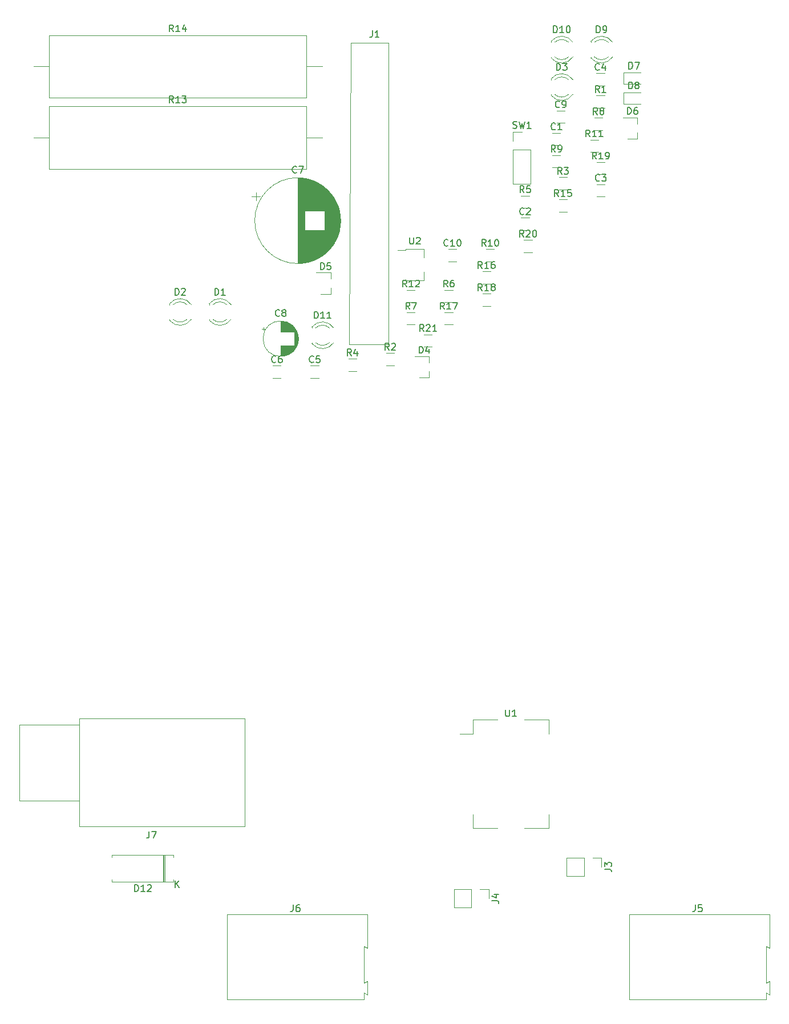
<source format=gbr>
G04 #@! TF.GenerationSoftware,KiCad,Pcbnew,(5.1.6)-1*
G04 #@! TF.CreationDate,2020-07-14T11:46:25+02:00*
G04 #@! TF.ProjectId,sboxnet-booster,73626f78-6e65-4742-9d62-6f6f73746572,rev?*
G04 #@! TF.SameCoordinates,Original*
G04 #@! TF.FileFunction,Legend,Top*
G04 #@! TF.FilePolarity,Positive*
%FSLAX46Y46*%
G04 Gerber Fmt 4.6, Leading zero omitted, Abs format (unit mm)*
G04 Created by KiCad (PCBNEW (5.1.6)-1) date 2020-07-14 11:46:25*
%MOMM*%
%LPD*%
G01*
G04 APERTURE LIST*
%ADD10C,0.120000*%
%ADD11C,0.150000*%
G04 APERTURE END LIST*
D10*
X94649600Y-146244000D02*
X94649600Y-147574000D01*
X93319600Y-146244000D02*
X94649600Y-146244000D01*
X92049600Y-146244000D02*
X92049600Y-148904000D01*
X92049600Y-148904000D02*
X89449600Y-148904000D01*
X92049600Y-146244000D02*
X89449600Y-146244000D01*
X89449600Y-146244000D02*
X89449600Y-148904000D01*
X82275001Y-55981401D02*
X82275001Y-55751401D01*
X82275001Y-51261401D02*
X82275001Y-51491401D01*
X82275001Y-51261401D02*
X84995001Y-51261401D01*
X84995001Y-51261401D02*
X84995001Y-52571401D01*
X81135001Y-51491401D02*
X82275001Y-51491401D01*
X84995001Y-55981401D02*
X82275001Y-55981401D01*
X84995001Y-54671401D02*
X84995001Y-55981401D01*
X103491600Y-137183600D02*
X99891600Y-137183600D01*
X95891600Y-121083600D02*
X92291600Y-121083600D01*
X92291600Y-123133600D02*
X90291600Y-123133600D01*
X92291600Y-121083600D02*
X92291600Y-123133600D01*
X103491600Y-121083600D02*
X99891600Y-121083600D01*
X92291600Y-137183600D02*
X92291600Y-135133600D01*
X95891600Y-137183600D02*
X92291600Y-137183600D01*
X103491600Y-137183600D02*
X103491600Y-135133600D01*
X103491600Y-121083600D02*
X103491600Y-123133600D01*
X98205001Y-33941401D02*
X99535001Y-33941401D01*
X98205001Y-35271401D02*
X98205001Y-33941401D01*
X98205001Y-36541401D02*
X100865001Y-36541401D01*
X100865001Y-36541401D02*
X100865001Y-41681401D01*
X98205001Y-36541401D02*
X98205001Y-41681401D01*
X98205001Y-41681401D02*
X100865001Y-41681401D01*
X85012937Y-65781401D02*
X86217065Y-65781401D01*
X85012937Y-63961401D02*
X86217065Y-63961401D01*
X99832937Y-51781401D02*
X101037065Y-51781401D01*
X99832937Y-49961401D02*
X101037065Y-49961401D01*
X110632937Y-40221401D02*
X111837065Y-40221401D01*
X110632937Y-38401401D02*
X111837065Y-38401401D01*
X93682937Y-59731401D02*
X94887065Y-59731401D01*
X93682937Y-57911401D02*
X94887065Y-57911401D01*
X88072937Y-62491401D02*
X89277065Y-62491401D01*
X88072937Y-60671401D02*
X89277065Y-60671401D01*
X93682937Y-56441401D02*
X94887065Y-56441401D01*
X93682937Y-54621401D02*
X94887065Y-54621401D01*
X105022937Y-45771401D02*
X106227065Y-45771401D01*
X105022937Y-43951401D02*
X106227065Y-43951401D01*
X69885001Y-24231401D02*
X67585001Y-24231401D01*
X27045001Y-24231401D02*
X29345001Y-24231401D01*
X67585001Y-19611401D02*
X29345001Y-19611401D01*
X67585001Y-28851401D02*
X67585001Y-19611401D01*
X29345001Y-28851401D02*
X67585001Y-28851401D01*
X29345001Y-19611401D02*
X29345001Y-28851401D01*
X69885001Y-34781401D02*
X67585001Y-34781401D01*
X27045001Y-34781401D02*
X29345001Y-34781401D01*
X67585001Y-30161401D02*
X29345001Y-30161401D01*
X67585001Y-39401401D02*
X67585001Y-30161401D01*
X29345001Y-39401401D02*
X67585001Y-39401401D01*
X29345001Y-30161401D02*
X29345001Y-39401401D01*
X82462937Y-59201401D02*
X83667065Y-59201401D01*
X82462937Y-57381401D02*
X83667065Y-57381401D01*
X109672937Y-36931401D02*
X110877065Y-36931401D01*
X109672937Y-35111401D02*
X110877065Y-35111401D01*
X94222937Y-53151401D02*
X95427065Y-53151401D01*
X94222937Y-51331401D02*
X95427065Y-51331401D01*
X104062937Y-39191401D02*
X105267065Y-39191401D01*
X104062937Y-37371401D02*
X105267065Y-37371401D01*
X110302937Y-33641401D02*
X111507065Y-33641401D01*
X110302937Y-31821401D02*
X111507065Y-31821401D01*
X82462937Y-62491401D02*
X83667065Y-62491401D01*
X82462937Y-60671401D02*
X83667065Y-60671401D01*
X88072937Y-59201401D02*
X89277065Y-59201401D01*
X88072937Y-57381401D02*
X89277065Y-57381401D01*
X99412937Y-45201401D02*
X100617065Y-45201401D01*
X99412937Y-43381401D02*
X100617065Y-43381401D01*
X73792937Y-69411401D02*
X74997065Y-69411401D01*
X73792937Y-67591401D02*
X74997065Y-67591401D01*
X105022937Y-42481401D02*
X106227065Y-42481401D01*
X105022937Y-40661401D02*
X106227065Y-40661401D01*
X79402937Y-68541401D02*
X80607065Y-68541401D01*
X79402937Y-66721401D02*
X80607065Y-66721401D01*
X110592937Y-30351401D02*
X111797065Y-30351401D01*
X110592937Y-28531401D02*
X111797065Y-28531401D01*
X58371600Y-136880800D02*
X33831600Y-136880800D01*
X33831600Y-136880800D02*
X33831600Y-120890800D01*
X24931600Y-133060800D02*
X33831600Y-133060800D01*
X24931600Y-121820800D02*
X24931600Y-133060800D01*
X24931600Y-121820800D02*
X33831600Y-121820800D01*
X58371600Y-120890800D02*
X58371600Y-136880800D01*
X58371600Y-120890800D02*
X33831600Y-120890800D01*
X55770000Y-162510000D02*
X55770000Y-149910000D01*
X76070000Y-162510000D02*
X55770000Y-162510000D01*
X76070000Y-161560000D02*
X76070000Y-162510000D01*
X76620000Y-161860000D02*
X76070000Y-161560000D01*
X76620000Y-159810000D02*
X76620000Y-161860000D01*
X76070000Y-160110000D02*
X76620000Y-159810000D01*
X76070000Y-154710000D02*
X76070000Y-160110000D01*
X76570000Y-154960000D02*
X76070000Y-154710000D01*
X76570000Y-149910000D02*
X76570000Y-154960000D01*
X55770000Y-149910000D02*
X76570000Y-149910000D01*
X115460000Y-162510000D02*
X115460000Y-149910000D01*
X135760000Y-162510000D02*
X115460000Y-162510000D01*
X135760000Y-161560000D02*
X135760000Y-162510000D01*
X136310000Y-161860000D02*
X135760000Y-161560000D01*
X136310000Y-159810000D02*
X136310000Y-161860000D01*
X135760000Y-160110000D02*
X136310000Y-159810000D01*
X135760000Y-154710000D02*
X135760000Y-160110000D01*
X136260000Y-154960000D02*
X135760000Y-154710000D01*
X136260000Y-149910000D02*
X136260000Y-154960000D01*
X115460000Y-149910000D02*
X136260000Y-149910000D01*
X111362800Y-141570400D02*
X111362800Y-142900400D01*
X110032800Y-141570400D02*
X111362800Y-141570400D01*
X108762800Y-141570400D02*
X108762800Y-144230400D01*
X108762800Y-144230400D02*
X106162800Y-144230400D01*
X108762800Y-141570400D02*
X106162800Y-141570400D01*
X106162800Y-141570400D02*
X106162800Y-144230400D01*
X79702001Y-20722400D02*
X74114001Y-20722400D01*
X79702001Y-21484400D02*
X79702001Y-20722400D01*
X79702001Y-65426400D02*
X79702001Y-21484400D01*
X73860001Y-65426400D02*
X79702001Y-65426400D01*
X74114001Y-20722400D02*
X73860001Y-65426400D01*
X46516600Y-145073600D02*
X46516600Y-141133600D01*
X46276600Y-145073600D02*
X46276600Y-141133600D01*
X46396600Y-145073600D02*
X46396600Y-141133600D01*
X38711600Y-141133600D02*
X38711600Y-141463600D01*
X47851600Y-141133600D02*
X38711600Y-141133600D01*
X47851600Y-141463600D02*
X47851600Y-141133600D01*
X38711600Y-145073600D02*
X38711600Y-144743600D01*
X47851600Y-145073600D02*
X38711600Y-145073600D01*
X47851600Y-144743600D02*
X47851600Y-145073600D01*
X68385001Y-65161401D02*
X68385001Y-65317401D01*
X68385001Y-62845401D02*
X68385001Y-63001401D01*
X70986131Y-65161238D02*
G75*
G02*
X68904040Y-65161401I-1041130J1079837D01*
G01*
X70986131Y-63001564D02*
G75*
G03*
X68904040Y-63001401I-1041130J-1079837D01*
G01*
X71617336Y-65160009D02*
G75*
G02*
X68385001Y-65316917I-1672335J1078608D01*
G01*
X71617336Y-63002793D02*
G75*
G03*
X68385001Y-62845885I-1672335J-1078608D01*
G01*
X103875001Y-22811401D02*
X103875001Y-22967401D01*
X103875001Y-20495401D02*
X103875001Y-20651401D01*
X106476131Y-22811238D02*
G75*
G02*
X104394040Y-22811401I-1041130J1079837D01*
G01*
X106476131Y-20651564D02*
G75*
G03*
X104394040Y-20651401I-1041130J-1079837D01*
G01*
X107107336Y-22810009D02*
G75*
G02*
X103875001Y-22966917I-1672335J1078608D01*
G01*
X107107336Y-20652793D02*
G75*
G03*
X103875001Y-20495885I-1672335J-1078608D01*
G01*
X109775001Y-22811401D02*
X109775001Y-22967401D01*
X109775001Y-20495401D02*
X109775001Y-20651401D01*
X112376131Y-22811238D02*
G75*
G02*
X110294040Y-22811401I-1041130J1079837D01*
G01*
X112376131Y-20651564D02*
G75*
G03*
X110294040Y-20651401I-1041130J-1079837D01*
G01*
X113007336Y-22810009D02*
G75*
G02*
X109775001Y-22966917I-1672335J1078608D01*
G01*
X113007336Y-20652793D02*
G75*
G03*
X109775001Y-20495885I-1672335J-1078608D01*
G01*
X114625001Y-28081401D02*
X117175001Y-28081401D01*
X114625001Y-29781401D02*
X117175001Y-29781401D01*
X114625001Y-28081401D02*
X114625001Y-29781401D01*
X114625001Y-25131401D02*
X117175001Y-25131401D01*
X114625001Y-26831401D02*
X117175001Y-26831401D01*
X114625001Y-25131401D02*
X114625001Y-26831401D01*
X116695001Y-34941401D02*
X115235001Y-34941401D01*
X116695001Y-31781401D02*
X114535001Y-31781401D01*
X116695001Y-31781401D02*
X116695001Y-32711401D01*
X116695001Y-34941401D02*
X116695001Y-34011401D01*
X71165001Y-57961401D02*
X69705001Y-57961401D01*
X71165001Y-54801401D02*
X69005001Y-54801401D01*
X71165001Y-54801401D02*
X71165001Y-55731401D01*
X71165001Y-57961401D02*
X71165001Y-57031401D01*
X85795001Y-70371401D02*
X84335001Y-70371401D01*
X85795001Y-67211401D02*
X83635001Y-67211401D01*
X85795001Y-67211401D02*
X85795001Y-68141401D01*
X85795001Y-70371401D02*
X85795001Y-69441401D01*
X103875001Y-28361401D02*
X103875001Y-28517401D01*
X103875001Y-26045401D02*
X103875001Y-26201401D01*
X106476131Y-28361238D02*
G75*
G02*
X104394040Y-28361401I-1041130J1079837D01*
G01*
X106476131Y-26201564D02*
G75*
G03*
X104394040Y-26201401I-1041130J-1079837D01*
G01*
X107107336Y-28360009D02*
G75*
G02*
X103875001Y-28516917I-1672335J1078608D01*
G01*
X107107336Y-26202793D02*
G75*
G03*
X103875001Y-26045885I-1672335J-1078608D01*
G01*
X47245001Y-61711401D02*
X47245001Y-61867401D01*
X47245001Y-59395401D02*
X47245001Y-59551401D01*
X49846131Y-61711238D02*
G75*
G02*
X47764040Y-61711401I-1041130J1079837D01*
G01*
X49846131Y-59551564D02*
G75*
G03*
X47764040Y-59551401I-1041130J-1079837D01*
G01*
X50477336Y-61710009D02*
G75*
G02*
X47245001Y-61866917I-1672335J1078608D01*
G01*
X50477336Y-59552793D02*
G75*
G03*
X47245001Y-59395885I-1672335J-1078608D01*
G01*
X53145001Y-61711401D02*
X53145001Y-61867401D01*
X53145001Y-59395401D02*
X53145001Y-59551401D01*
X55746131Y-61711238D02*
G75*
G02*
X53664040Y-61711401I-1041130J1079837D01*
G01*
X55746131Y-59551564D02*
G75*
G03*
X53664040Y-59551401I-1041130J-1079837D01*
G01*
X56377336Y-61710009D02*
G75*
G02*
X53145001Y-61866917I-1672335J1078608D01*
G01*
X56377336Y-59552793D02*
G75*
G03*
X53145001Y-59395885I-1672335J-1078608D01*
G01*
X88612937Y-53151401D02*
X89817065Y-53151401D01*
X88612937Y-51331401D02*
X89817065Y-51331401D01*
X104692937Y-32611401D02*
X105897065Y-32611401D01*
X104692937Y-30791401D02*
X105897065Y-30791401D01*
X61180001Y-62856401D02*
X61180001Y-63356401D01*
X60930001Y-63106401D02*
X61430001Y-63106401D01*
X66335776Y-64297401D02*
X66335776Y-64865401D01*
X66295776Y-64063401D02*
X66295776Y-65099401D01*
X66255776Y-63904401D02*
X66255776Y-65258401D01*
X66215776Y-63776401D02*
X66215776Y-65386401D01*
X66175776Y-63666401D02*
X66175776Y-65496401D01*
X66135776Y-63570401D02*
X66135776Y-65592401D01*
X66095776Y-63483401D02*
X66095776Y-65679401D01*
X66055776Y-63403401D02*
X66055776Y-65759401D01*
X66015776Y-63330401D02*
X66015776Y-65832401D01*
X65975776Y-63262401D02*
X65975776Y-65900401D01*
X65935776Y-63198401D02*
X65935776Y-65964401D01*
X65895776Y-63138401D02*
X65895776Y-66024401D01*
X65855776Y-63081401D02*
X65855776Y-66081401D01*
X65815776Y-63027401D02*
X65815776Y-66135401D01*
X65775776Y-62976401D02*
X65775776Y-66186401D01*
X65735776Y-65621401D02*
X65735776Y-66234401D01*
X65735776Y-62928401D02*
X65735776Y-63541401D01*
X65695776Y-65621401D02*
X65695776Y-66280401D01*
X65695776Y-62882401D02*
X65695776Y-63541401D01*
X65655776Y-65621401D02*
X65655776Y-66324401D01*
X65655776Y-62838401D02*
X65655776Y-63541401D01*
X65615776Y-65621401D02*
X65615776Y-66366401D01*
X65615776Y-62796401D02*
X65615776Y-63541401D01*
X65575776Y-65621401D02*
X65575776Y-66407401D01*
X65575776Y-62755401D02*
X65575776Y-63541401D01*
X65535776Y-65621401D02*
X65535776Y-66445401D01*
X65535776Y-62717401D02*
X65535776Y-63541401D01*
X65495776Y-65621401D02*
X65495776Y-66482401D01*
X65495776Y-62680401D02*
X65495776Y-63541401D01*
X65455776Y-65621401D02*
X65455776Y-66518401D01*
X65455776Y-62644401D02*
X65455776Y-63541401D01*
X65415776Y-65621401D02*
X65415776Y-66552401D01*
X65415776Y-62610401D02*
X65415776Y-63541401D01*
X65375776Y-65621401D02*
X65375776Y-66585401D01*
X65375776Y-62577401D02*
X65375776Y-63541401D01*
X65335776Y-65621401D02*
X65335776Y-66616401D01*
X65335776Y-62546401D02*
X65335776Y-63541401D01*
X65295776Y-65621401D02*
X65295776Y-66646401D01*
X65295776Y-62516401D02*
X65295776Y-63541401D01*
X65255776Y-65621401D02*
X65255776Y-66676401D01*
X65255776Y-62486401D02*
X65255776Y-63541401D01*
X65215776Y-65621401D02*
X65215776Y-66703401D01*
X65215776Y-62459401D02*
X65215776Y-63541401D01*
X65175776Y-65621401D02*
X65175776Y-66730401D01*
X65175776Y-62432401D02*
X65175776Y-63541401D01*
X65135776Y-65621401D02*
X65135776Y-66756401D01*
X65135776Y-62406401D02*
X65135776Y-63541401D01*
X65095776Y-65621401D02*
X65095776Y-66781401D01*
X65095776Y-62381401D02*
X65095776Y-63541401D01*
X65055776Y-65621401D02*
X65055776Y-66805401D01*
X65055776Y-62357401D02*
X65055776Y-63541401D01*
X65015776Y-65621401D02*
X65015776Y-66828401D01*
X65015776Y-62334401D02*
X65015776Y-63541401D01*
X64975776Y-65621401D02*
X64975776Y-66849401D01*
X64975776Y-62313401D02*
X64975776Y-63541401D01*
X64935776Y-65621401D02*
X64935776Y-66871401D01*
X64935776Y-62291401D02*
X64935776Y-63541401D01*
X64895776Y-65621401D02*
X64895776Y-66891401D01*
X64895776Y-62271401D02*
X64895776Y-63541401D01*
X64855776Y-65621401D02*
X64855776Y-66910401D01*
X64855776Y-62252401D02*
X64855776Y-63541401D01*
X64815776Y-65621401D02*
X64815776Y-66929401D01*
X64815776Y-62233401D02*
X64815776Y-63541401D01*
X64775776Y-65621401D02*
X64775776Y-66946401D01*
X64775776Y-62216401D02*
X64775776Y-63541401D01*
X64735776Y-65621401D02*
X64735776Y-66963401D01*
X64735776Y-62199401D02*
X64735776Y-63541401D01*
X64695776Y-65621401D02*
X64695776Y-66979401D01*
X64695776Y-62183401D02*
X64695776Y-63541401D01*
X64655776Y-65621401D02*
X64655776Y-66995401D01*
X64655776Y-62167401D02*
X64655776Y-63541401D01*
X64615776Y-65621401D02*
X64615776Y-67009401D01*
X64615776Y-62153401D02*
X64615776Y-63541401D01*
X64575776Y-65621401D02*
X64575776Y-67023401D01*
X64575776Y-62139401D02*
X64575776Y-63541401D01*
X64535776Y-65621401D02*
X64535776Y-67036401D01*
X64535776Y-62126401D02*
X64535776Y-63541401D01*
X64495776Y-65621401D02*
X64495776Y-67049401D01*
X64495776Y-62113401D02*
X64495776Y-63541401D01*
X64455776Y-65621401D02*
X64455776Y-67061401D01*
X64455776Y-62101401D02*
X64455776Y-63541401D01*
X64414776Y-65621401D02*
X64414776Y-67072401D01*
X64414776Y-62090401D02*
X64414776Y-63541401D01*
X64374776Y-65621401D02*
X64374776Y-67082401D01*
X64374776Y-62080401D02*
X64374776Y-63541401D01*
X64334776Y-65621401D02*
X64334776Y-67092401D01*
X64334776Y-62070401D02*
X64334776Y-63541401D01*
X64294776Y-65621401D02*
X64294776Y-67101401D01*
X64294776Y-62061401D02*
X64294776Y-63541401D01*
X64254776Y-65621401D02*
X64254776Y-67109401D01*
X64254776Y-62053401D02*
X64254776Y-63541401D01*
X64214776Y-65621401D02*
X64214776Y-67117401D01*
X64214776Y-62045401D02*
X64214776Y-63541401D01*
X64174776Y-65621401D02*
X64174776Y-67124401D01*
X64174776Y-62038401D02*
X64174776Y-63541401D01*
X64134776Y-65621401D02*
X64134776Y-67131401D01*
X64134776Y-62031401D02*
X64134776Y-63541401D01*
X64094776Y-65621401D02*
X64094776Y-67137401D01*
X64094776Y-62025401D02*
X64094776Y-63541401D01*
X64054776Y-65621401D02*
X64054776Y-67142401D01*
X64054776Y-62020401D02*
X64054776Y-63541401D01*
X64014776Y-65621401D02*
X64014776Y-67146401D01*
X64014776Y-62016401D02*
X64014776Y-63541401D01*
X63974776Y-65621401D02*
X63974776Y-67150401D01*
X63974776Y-62012401D02*
X63974776Y-63541401D01*
X63934776Y-65621401D02*
X63934776Y-67154401D01*
X63934776Y-62008401D02*
X63934776Y-63541401D01*
X63894776Y-65621401D02*
X63894776Y-67157401D01*
X63894776Y-62005401D02*
X63894776Y-63541401D01*
X63854776Y-65621401D02*
X63854776Y-67159401D01*
X63854776Y-62003401D02*
X63854776Y-63541401D01*
X63814776Y-65621401D02*
X63814776Y-67160401D01*
X63814776Y-62002401D02*
X63814776Y-63541401D01*
X63774776Y-62001401D02*
X63774776Y-63541401D01*
X63774776Y-65621401D02*
X63774776Y-67161401D01*
X63734776Y-62001401D02*
X63734776Y-63541401D01*
X63734776Y-65621401D02*
X63734776Y-67161401D01*
X66354776Y-64581401D02*
G75*
G03*
X66354776Y-64581401I-2620000J0D01*
G01*
X60065001Y-42881401D02*
X60065001Y-44131401D01*
X59440001Y-43506401D02*
X60690001Y-43506401D01*
X72618083Y-46764401D02*
X72618083Y-47398401D01*
X72578083Y-46324401D02*
X72578083Y-47838401D01*
X72538083Y-46053401D02*
X72538083Y-48109401D01*
X72498083Y-45840401D02*
X72498083Y-48322401D01*
X72458083Y-45659401D02*
X72458083Y-48503401D01*
X72418083Y-45498401D02*
X72418083Y-48664401D01*
X72378083Y-45353401D02*
X72378083Y-48809401D01*
X72338083Y-45220401D02*
X72338083Y-48942401D01*
X72298083Y-45097401D02*
X72298083Y-49065401D01*
X72258083Y-44981401D02*
X72258083Y-49181401D01*
X72218083Y-44872401D02*
X72218083Y-49290401D01*
X72178083Y-44769401D02*
X72178083Y-49393401D01*
X72138083Y-44671401D02*
X72138083Y-49491401D01*
X72098083Y-44577401D02*
X72098083Y-49585401D01*
X72058083Y-44487401D02*
X72058083Y-49675401D01*
X72018083Y-44400401D02*
X72018083Y-49762401D01*
X71978083Y-44317401D02*
X71978083Y-49845401D01*
X71938083Y-44237401D02*
X71938083Y-49925401D01*
X71898083Y-44160401D02*
X71898083Y-50002401D01*
X71858083Y-44085401D02*
X71858083Y-50077401D01*
X71818083Y-44012401D02*
X71818083Y-50150401D01*
X71778083Y-43941401D02*
X71778083Y-50221401D01*
X71738083Y-43873401D02*
X71738083Y-50289401D01*
X71698083Y-43806401D02*
X71698083Y-50356401D01*
X71658083Y-43742401D02*
X71658083Y-50420401D01*
X71618083Y-43679401D02*
X71618083Y-50483401D01*
X71578083Y-43617401D02*
X71578083Y-50545401D01*
X71538083Y-43557401D02*
X71538083Y-50605401D01*
X71498083Y-43498401D02*
X71498083Y-50664401D01*
X71458083Y-43441401D02*
X71458083Y-50721401D01*
X71418083Y-43385401D02*
X71418083Y-50777401D01*
X71378083Y-43331401D02*
X71378083Y-50831401D01*
X71338083Y-43277401D02*
X71338083Y-50885401D01*
X71298083Y-43225401D02*
X71298083Y-50937401D01*
X71258083Y-43174401D02*
X71258083Y-50988401D01*
X71218083Y-43124401D02*
X71218083Y-51038401D01*
X71178083Y-43074401D02*
X71178083Y-51088401D01*
X71138083Y-43026401D02*
X71138083Y-51136401D01*
X71098083Y-42979401D02*
X71098083Y-51183401D01*
X71058083Y-42933401D02*
X71058083Y-51229401D01*
X71018083Y-42887401D02*
X71018083Y-51275401D01*
X70978083Y-42843401D02*
X70978083Y-51319401D01*
X70938083Y-42799401D02*
X70938083Y-51363401D01*
X70898083Y-42756401D02*
X70898083Y-51406401D01*
X70858083Y-42714401D02*
X70858083Y-51448401D01*
X70818083Y-42673401D02*
X70818083Y-51489401D01*
X70778083Y-42632401D02*
X70778083Y-51530401D01*
X70738083Y-42592401D02*
X70738083Y-51570401D01*
X70698083Y-42553401D02*
X70698083Y-51609401D01*
X70658083Y-42514401D02*
X70658083Y-51648401D01*
X70618083Y-42476401D02*
X70618083Y-51686401D01*
X70578083Y-42439401D02*
X70578083Y-51723401D01*
X70538083Y-42403401D02*
X70538083Y-51759401D01*
X70498083Y-42367401D02*
X70498083Y-51795401D01*
X70458083Y-42331401D02*
X70458083Y-51831401D01*
X70418083Y-42296401D02*
X70418083Y-51866401D01*
X70378083Y-42262401D02*
X70378083Y-51900401D01*
X70338083Y-42229401D02*
X70338083Y-51933401D01*
X70298083Y-42196401D02*
X70298083Y-51966401D01*
X70258083Y-42163401D02*
X70258083Y-51999401D01*
X70218083Y-42131401D02*
X70218083Y-52031401D01*
X70178083Y-48521401D02*
X70178083Y-52063401D01*
X70178083Y-42099401D02*
X70178083Y-45641401D01*
X70138083Y-48521401D02*
X70138083Y-52093401D01*
X70138083Y-42069401D02*
X70138083Y-45641401D01*
X70098083Y-48521401D02*
X70098083Y-52124401D01*
X70098083Y-42038401D02*
X70098083Y-45641401D01*
X70058083Y-48521401D02*
X70058083Y-52154401D01*
X70058083Y-42008401D02*
X70058083Y-45641401D01*
X70018083Y-48521401D02*
X70018083Y-52183401D01*
X70018083Y-41979401D02*
X70018083Y-45641401D01*
X69978083Y-48521401D02*
X69978083Y-52212401D01*
X69978083Y-41950401D02*
X69978083Y-45641401D01*
X69938083Y-48521401D02*
X69938083Y-52241401D01*
X69938083Y-41921401D02*
X69938083Y-45641401D01*
X69898083Y-48521401D02*
X69898083Y-52269401D01*
X69898083Y-41893401D02*
X69898083Y-45641401D01*
X69858083Y-48521401D02*
X69858083Y-52297401D01*
X69858083Y-41865401D02*
X69858083Y-45641401D01*
X69818083Y-48521401D02*
X69818083Y-52324401D01*
X69818083Y-41838401D02*
X69818083Y-45641401D01*
X69778083Y-48521401D02*
X69778083Y-52351401D01*
X69778083Y-41811401D02*
X69778083Y-45641401D01*
X69738083Y-48521401D02*
X69738083Y-52377401D01*
X69738083Y-41785401D02*
X69738083Y-45641401D01*
X69698083Y-48521401D02*
X69698083Y-52403401D01*
X69698083Y-41759401D02*
X69698083Y-45641401D01*
X69658083Y-48521401D02*
X69658083Y-52428401D01*
X69658083Y-41734401D02*
X69658083Y-45641401D01*
X69618083Y-48521401D02*
X69618083Y-52453401D01*
X69618083Y-41709401D02*
X69618083Y-45641401D01*
X69578083Y-48521401D02*
X69578083Y-52478401D01*
X69578083Y-41684401D02*
X69578083Y-45641401D01*
X69538083Y-48521401D02*
X69538083Y-52502401D01*
X69538083Y-41660401D02*
X69538083Y-45641401D01*
X69498083Y-48521401D02*
X69498083Y-52526401D01*
X69498083Y-41636401D02*
X69498083Y-45641401D01*
X69458083Y-48521401D02*
X69458083Y-52549401D01*
X69458083Y-41613401D02*
X69458083Y-45641401D01*
X69418083Y-48521401D02*
X69418083Y-52572401D01*
X69418083Y-41590401D02*
X69418083Y-45641401D01*
X69378083Y-48521401D02*
X69378083Y-52595401D01*
X69378083Y-41567401D02*
X69378083Y-45641401D01*
X69338083Y-48521401D02*
X69338083Y-52617401D01*
X69338083Y-41545401D02*
X69338083Y-45641401D01*
X69298083Y-48521401D02*
X69298083Y-52639401D01*
X69298083Y-41523401D02*
X69298083Y-45641401D01*
X69258083Y-48521401D02*
X69258083Y-52661401D01*
X69258083Y-41501401D02*
X69258083Y-45641401D01*
X69218083Y-48521401D02*
X69218083Y-52682401D01*
X69218083Y-41480401D02*
X69218083Y-45641401D01*
X69178083Y-48521401D02*
X69178083Y-52703401D01*
X69178083Y-41459401D02*
X69178083Y-45641401D01*
X69138083Y-48521401D02*
X69138083Y-52723401D01*
X69138083Y-41439401D02*
X69138083Y-45641401D01*
X69098083Y-48521401D02*
X69098083Y-52743401D01*
X69098083Y-41419401D02*
X69098083Y-45641401D01*
X69058083Y-48521401D02*
X69058083Y-52763401D01*
X69058083Y-41399401D02*
X69058083Y-45641401D01*
X69018083Y-48521401D02*
X69018083Y-52783401D01*
X69018083Y-41379401D02*
X69018083Y-45641401D01*
X68978083Y-48521401D02*
X68978083Y-52802401D01*
X68978083Y-41360401D02*
X68978083Y-45641401D01*
X68938083Y-48521401D02*
X68938083Y-52820401D01*
X68938083Y-41342401D02*
X68938083Y-45641401D01*
X68898083Y-48521401D02*
X68898083Y-52839401D01*
X68898083Y-41323401D02*
X68898083Y-45641401D01*
X68858083Y-48521401D02*
X68858083Y-52857401D01*
X68858083Y-41305401D02*
X68858083Y-45641401D01*
X68818083Y-48521401D02*
X68818083Y-52874401D01*
X68818083Y-41288401D02*
X68818083Y-45641401D01*
X68778083Y-48521401D02*
X68778083Y-52892401D01*
X68778083Y-41270401D02*
X68778083Y-45641401D01*
X68738083Y-48521401D02*
X68738083Y-52909401D01*
X68738083Y-41253401D02*
X68738083Y-45641401D01*
X68698083Y-48521401D02*
X68698083Y-52926401D01*
X68698083Y-41236401D02*
X68698083Y-45641401D01*
X68658083Y-48521401D02*
X68658083Y-52942401D01*
X68658083Y-41220401D02*
X68658083Y-45641401D01*
X68618083Y-48521401D02*
X68618083Y-52958401D01*
X68618083Y-41204401D02*
X68618083Y-45641401D01*
X68578083Y-48521401D02*
X68578083Y-52974401D01*
X68578083Y-41188401D02*
X68578083Y-45641401D01*
X68538083Y-48521401D02*
X68538083Y-52989401D01*
X68538083Y-41173401D02*
X68538083Y-45641401D01*
X68498083Y-48521401D02*
X68498083Y-53005401D01*
X68498083Y-41157401D02*
X68498083Y-45641401D01*
X68458083Y-48521401D02*
X68458083Y-53020401D01*
X68458083Y-41142401D02*
X68458083Y-45641401D01*
X68418083Y-48521401D02*
X68418083Y-53034401D01*
X68418083Y-41128401D02*
X68418083Y-45641401D01*
X68378083Y-48521401D02*
X68378083Y-53048401D01*
X68378083Y-41114401D02*
X68378083Y-45641401D01*
X68338083Y-48521401D02*
X68338083Y-53062401D01*
X68338083Y-41100401D02*
X68338083Y-45641401D01*
X68298083Y-48521401D02*
X68298083Y-53076401D01*
X68298083Y-41086401D02*
X68298083Y-45641401D01*
X68258083Y-48521401D02*
X68258083Y-53089401D01*
X68258083Y-41073401D02*
X68258083Y-45641401D01*
X68218083Y-48521401D02*
X68218083Y-53102401D01*
X68218083Y-41060401D02*
X68218083Y-45641401D01*
X68178083Y-48521401D02*
X68178083Y-53115401D01*
X68178083Y-41047401D02*
X68178083Y-45641401D01*
X68138083Y-48521401D02*
X68138083Y-53128401D01*
X68138083Y-41034401D02*
X68138083Y-45641401D01*
X68098083Y-48521401D02*
X68098083Y-53140401D01*
X68098083Y-41022401D02*
X68098083Y-45641401D01*
X68058083Y-48521401D02*
X68058083Y-53152401D01*
X68058083Y-41010401D02*
X68058083Y-45641401D01*
X68018083Y-48521401D02*
X68018083Y-53164401D01*
X68018083Y-40998401D02*
X68018083Y-45641401D01*
X67978083Y-48521401D02*
X67978083Y-53175401D01*
X67978083Y-40987401D02*
X67978083Y-45641401D01*
X67938083Y-48521401D02*
X67938083Y-53186401D01*
X67938083Y-40976401D02*
X67938083Y-45641401D01*
X67898083Y-48521401D02*
X67898083Y-53197401D01*
X67898083Y-40965401D02*
X67898083Y-45641401D01*
X67858083Y-48521401D02*
X67858083Y-53207401D01*
X67858083Y-40955401D02*
X67858083Y-45641401D01*
X67818083Y-48521401D02*
X67818083Y-53218401D01*
X67818083Y-40944401D02*
X67818083Y-45641401D01*
X67778083Y-48521401D02*
X67778083Y-53227401D01*
X67778083Y-40935401D02*
X67778083Y-45641401D01*
X67738083Y-48521401D02*
X67738083Y-53237401D01*
X67738083Y-40925401D02*
X67738083Y-45641401D01*
X67698083Y-48521401D02*
X67698083Y-53247401D01*
X67698083Y-40915401D02*
X67698083Y-45641401D01*
X67658083Y-48521401D02*
X67658083Y-53256401D01*
X67658083Y-40906401D02*
X67658083Y-45641401D01*
X67618083Y-48521401D02*
X67618083Y-53265401D01*
X67618083Y-40897401D02*
X67618083Y-45641401D01*
X67578083Y-48521401D02*
X67578083Y-53273401D01*
X67578083Y-40889401D02*
X67578083Y-45641401D01*
X67538083Y-48521401D02*
X67538083Y-53282401D01*
X67538083Y-40880401D02*
X67538083Y-45641401D01*
X67498083Y-48521401D02*
X67498083Y-53290401D01*
X67498083Y-40872401D02*
X67498083Y-45641401D01*
X67458083Y-48521401D02*
X67458083Y-53297401D01*
X67458083Y-40865401D02*
X67458083Y-45641401D01*
X67418083Y-48521401D02*
X67418083Y-53305401D01*
X67418083Y-40857401D02*
X67418083Y-45641401D01*
X67378083Y-48521401D02*
X67378083Y-53312401D01*
X67378083Y-40850401D02*
X67378083Y-45641401D01*
X67338083Y-48521401D02*
X67338083Y-53319401D01*
X67338083Y-40843401D02*
X67338083Y-45641401D01*
X67298083Y-40836401D02*
X67298083Y-53326401D01*
X67258083Y-40829401D02*
X67258083Y-53333401D01*
X67218083Y-40823401D02*
X67218083Y-53339401D01*
X67178083Y-40817401D02*
X67178083Y-53345401D01*
X67138083Y-40812401D02*
X67138083Y-53350401D01*
X67098083Y-40806401D02*
X67098083Y-53356401D01*
X67058083Y-40801401D02*
X67058083Y-53361401D01*
X67018083Y-40796401D02*
X67018083Y-53366401D01*
X66978083Y-40791401D02*
X66978083Y-53371401D01*
X66937083Y-40787401D02*
X66937083Y-53375401D01*
X66897083Y-40783401D02*
X66897083Y-53379401D01*
X66857083Y-40779401D02*
X66857083Y-53383401D01*
X66817083Y-40775401D02*
X66817083Y-53387401D01*
X66777083Y-40772401D02*
X66777083Y-53390401D01*
X66737083Y-40769401D02*
X66737083Y-53393401D01*
X66697083Y-40766401D02*
X66697083Y-53396401D01*
X66657083Y-40763401D02*
X66657083Y-53399401D01*
X66617083Y-40761401D02*
X66617083Y-53401401D01*
X66577083Y-40759401D02*
X66577083Y-53403401D01*
X66537083Y-40757401D02*
X66537083Y-53405401D01*
X66497083Y-40755401D02*
X66497083Y-53407401D01*
X66457083Y-40754401D02*
X66457083Y-53408401D01*
X66417083Y-40753401D02*
X66417083Y-53409401D01*
X66377083Y-40752401D02*
X66377083Y-53410401D01*
X66337083Y-40751401D02*
X66337083Y-53411401D01*
X66297083Y-40751401D02*
X66297083Y-53411401D01*
X66257083Y-40751401D02*
X66257083Y-53411401D01*
X72627083Y-47081401D02*
G75*
G03*
X72627083Y-47081401I-6370000J0D01*
G01*
X62572937Y-70411401D02*
X63777065Y-70411401D01*
X62572937Y-68591401D02*
X63777065Y-68591401D01*
X68182937Y-70411401D02*
X69387065Y-70411401D01*
X68182937Y-68591401D02*
X69387065Y-68591401D01*
X110592937Y-27061401D02*
X111797065Y-27061401D01*
X110592937Y-25241401D02*
X111797065Y-25241401D01*
X110632937Y-43511401D02*
X111837065Y-43511401D01*
X110632937Y-41691401D02*
X111837065Y-41691401D01*
X99412937Y-48491401D02*
X100617065Y-48491401D01*
X99412937Y-46671401D02*
X100617065Y-46671401D01*
X104062937Y-35901401D02*
X105267065Y-35901401D01*
X104062937Y-34081401D02*
X105267065Y-34081401D01*
D11*
X95101980Y-147907333D02*
X95816266Y-147907333D01*
X95959123Y-147954952D01*
X96054361Y-148050190D01*
X96101980Y-148193047D01*
X96101980Y-148288285D01*
X95435314Y-147002571D02*
X96101980Y-147002571D01*
X95054361Y-147240666D02*
X95768647Y-147478761D01*
X95768647Y-146859714D01*
X82873096Y-49573781D02*
X82873096Y-50383305D01*
X82920715Y-50478543D01*
X82968334Y-50526162D01*
X83063572Y-50573781D01*
X83254048Y-50573781D01*
X83349286Y-50526162D01*
X83396905Y-50478543D01*
X83444524Y-50383305D01*
X83444524Y-49573781D01*
X83873096Y-49669020D02*
X83920715Y-49621401D01*
X84015953Y-49573781D01*
X84254048Y-49573781D01*
X84349286Y-49621401D01*
X84396905Y-49669020D01*
X84444524Y-49764258D01*
X84444524Y-49859496D01*
X84396905Y-50002353D01*
X83825477Y-50573781D01*
X84444524Y-50573781D01*
X97129695Y-119585980D02*
X97129695Y-120395504D01*
X97177314Y-120490742D01*
X97224933Y-120538361D01*
X97320171Y-120585980D01*
X97510647Y-120585980D01*
X97605885Y-120538361D01*
X97653504Y-120490742D01*
X97701123Y-120395504D01*
X97701123Y-119585980D01*
X98701123Y-120585980D02*
X98129695Y-120585980D01*
X98415409Y-120585980D02*
X98415409Y-119585980D01*
X98320171Y-119728838D01*
X98224933Y-119824076D01*
X98129695Y-119871695D01*
X98201667Y-33346162D02*
X98344524Y-33393781D01*
X98582620Y-33393781D01*
X98677858Y-33346162D01*
X98725477Y-33298543D01*
X98773096Y-33203305D01*
X98773096Y-33108067D01*
X98725477Y-33012829D01*
X98677858Y-32965210D01*
X98582620Y-32917591D01*
X98392143Y-32869972D01*
X98296905Y-32822353D01*
X98249286Y-32774734D01*
X98201667Y-32679496D01*
X98201667Y-32584258D01*
X98249286Y-32489020D01*
X98296905Y-32441401D01*
X98392143Y-32393781D01*
X98630239Y-32393781D01*
X98773096Y-32441401D01*
X99106429Y-32393781D02*
X99344524Y-33393781D01*
X99535001Y-32679496D01*
X99725477Y-33393781D01*
X99963572Y-32393781D01*
X100868334Y-33393781D02*
X100296905Y-33393781D01*
X100582620Y-33393781D02*
X100582620Y-32393781D01*
X100487381Y-32536639D01*
X100392143Y-32631877D01*
X100296905Y-32679496D01*
X84972143Y-63503781D02*
X84638810Y-63027591D01*
X84400715Y-63503781D02*
X84400715Y-62503781D01*
X84781667Y-62503781D01*
X84876905Y-62551401D01*
X84924524Y-62599020D01*
X84972143Y-62694258D01*
X84972143Y-62837115D01*
X84924524Y-62932353D01*
X84876905Y-62979972D01*
X84781667Y-63027591D01*
X84400715Y-63027591D01*
X85353096Y-62599020D02*
X85400715Y-62551401D01*
X85495953Y-62503781D01*
X85734048Y-62503781D01*
X85829286Y-62551401D01*
X85876905Y-62599020D01*
X85924524Y-62694258D01*
X85924524Y-62789496D01*
X85876905Y-62932353D01*
X85305477Y-63503781D01*
X85924524Y-63503781D01*
X86876905Y-63503781D02*
X86305477Y-63503781D01*
X86591191Y-63503781D02*
X86591191Y-62503781D01*
X86495953Y-62646639D01*
X86400715Y-62741877D01*
X86305477Y-62789496D01*
X99792143Y-49503781D02*
X99458810Y-49027591D01*
X99220715Y-49503781D02*
X99220715Y-48503781D01*
X99601667Y-48503781D01*
X99696905Y-48551401D01*
X99744524Y-48599020D01*
X99792143Y-48694258D01*
X99792143Y-48837115D01*
X99744524Y-48932353D01*
X99696905Y-48979972D01*
X99601667Y-49027591D01*
X99220715Y-49027591D01*
X100173096Y-48599020D02*
X100220715Y-48551401D01*
X100315953Y-48503781D01*
X100554048Y-48503781D01*
X100649286Y-48551401D01*
X100696905Y-48599020D01*
X100744524Y-48694258D01*
X100744524Y-48789496D01*
X100696905Y-48932353D01*
X100125477Y-49503781D01*
X100744524Y-49503781D01*
X101363572Y-48503781D02*
X101458810Y-48503781D01*
X101554048Y-48551401D01*
X101601667Y-48599020D01*
X101649286Y-48694258D01*
X101696905Y-48884734D01*
X101696905Y-49122829D01*
X101649286Y-49313305D01*
X101601667Y-49408543D01*
X101554048Y-49456162D01*
X101458810Y-49503781D01*
X101363572Y-49503781D01*
X101268334Y-49456162D01*
X101220715Y-49408543D01*
X101173096Y-49313305D01*
X101125477Y-49122829D01*
X101125477Y-48884734D01*
X101173096Y-48694258D01*
X101220715Y-48599020D01*
X101268334Y-48551401D01*
X101363572Y-48503781D01*
X110592143Y-37943781D02*
X110258810Y-37467591D01*
X110020715Y-37943781D02*
X110020715Y-36943781D01*
X110401667Y-36943781D01*
X110496905Y-36991401D01*
X110544524Y-37039020D01*
X110592143Y-37134258D01*
X110592143Y-37277115D01*
X110544524Y-37372353D01*
X110496905Y-37419972D01*
X110401667Y-37467591D01*
X110020715Y-37467591D01*
X111544524Y-37943781D02*
X110973096Y-37943781D01*
X111258810Y-37943781D02*
X111258810Y-36943781D01*
X111163572Y-37086639D01*
X111068334Y-37181877D01*
X110973096Y-37229496D01*
X112020715Y-37943781D02*
X112211191Y-37943781D01*
X112306429Y-37896162D01*
X112354048Y-37848543D01*
X112449286Y-37705686D01*
X112496905Y-37515210D01*
X112496905Y-37134258D01*
X112449286Y-37039020D01*
X112401667Y-36991401D01*
X112306429Y-36943781D01*
X112115953Y-36943781D01*
X112020715Y-36991401D01*
X111973096Y-37039020D01*
X111925477Y-37134258D01*
X111925477Y-37372353D01*
X111973096Y-37467591D01*
X112020715Y-37515210D01*
X112115953Y-37562829D01*
X112306429Y-37562829D01*
X112401667Y-37515210D01*
X112449286Y-37467591D01*
X112496905Y-37372353D01*
X93642143Y-57453781D02*
X93308810Y-56977591D01*
X93070715Y-57453781D02*
X93070715Y-56453781D01*
X93451667Y-56453781D01*
X93546905Y-56501401D01*
X93594524Y-56549020D01*
X93642143Y-56644258D01*
X93642143Y-56787115D01*
X93594524Y-56882353D01*
X93546905Y-56929972D01*
X93451667Y-56977591D01*
X93070715Y-56977591D01*
X94594524Y-57453781D02*
X94023096Y-57453781D01*
X94308810Y-57453781D02*
X94308810Y-56453781D01*
X94213572Y-56596639D01*
X94118334Y-56691877D01*
X94023096Y-56739496D01*
X95165953Y-56882353D02*
X95070715Y-56834734D01*
X95023096Y-56787115D01*
X94975477Y-56691877D01*
X94975477Y-56644258D01*
X95023096Y-56549020D01*
X95070715Y-56501401D01*
X95165953Y-56453781D01*
X95356429Y-56453781D01*
X95451667Y-56501401D01*
X95499286Y-56549020D01*
X95546905Y-56644258D01*
X95546905Y-56691877D01*
X95499286Y-56787115D01*
X95451667Y-56834734D01*
X95356429Y-56882353D01*
X95165953Y-56882353D01*
X95070715Y-56929972D01*
X95023096Y-56977591D01*
X94975477Y-57072829D01*
X94975477Y-57263305D01*
X95023096Y-57358543D01*
X95070715Y-57406162D01*
X95165953Y-57453781D01*
X95356429Y-57453781D01*
X95451667Y-57406162D01*
X95499286Y-57358543D01*
X95546905Y-57263305D01*
X95546905Y-57072829D01*
X95499286Y-56977591D01*
X95451667Y-56929972D01*
X95356429Y-56882353D01*
X88032143Y-60213781D02*
X87698810Y-59737591D01*
X87460715Y-60213781D02*
X87460715Y-59213781D01*
X87841667Y-59213781D01*
X87936905Y-59261401D01*
X87984524Y-59309020D01*
X88032143Y-59404258D01*
X88032143Y-59547115D01*
X87984524Y-59642353D01*
X87936905Y-59689972D01*
X87841667Y-59737591D01*
X87460715Y-59737591D01*
X88984524Y-60213781D02*
X88413096Y-60213781D01*
X88698810Y-60213781D02*
X88698810Y-59213781D01*
X88603572Y-59356639D01*
X88508334Y-59451877D01*
X88413096Y-59499496D01*
X89317858Y-59213781D02*
X89984524Y-59213781D01*
X89555953Y-60213781D01*
X93642143Y-54163781D02*
X93308810Y-53687591D01*
X93070715Y-54163781D02*
X93070715Y-53163781D01*
X93451667Y-53163781D01*
X93546905Y-53211401D01*
X93594524Y-53259020D01*
X93642143Y-53354258D01*
X93642143Y-53497115D01*
X93594524Y-53592353D01*
X93546905Y-53639972D01*
X93451667Y-53687591D01*
X93070715Y-53687591D01*
X94594524Y-54163781D02*
X94023096Y-54163781D01*
X94308810Y-54163781D02*
X94308810Y-53163781D01*
X94213572Y-53306639D01*
X94118334Y-53401877D01*
X94023096Y-53449496D01*
X95451667Y-53163781D02*
X95261191Y-53163781D01*
X95165953Y-53211401D01*
X95118334Y-53259020D01*
X95023096Y-53401877D01*
X94975477Y-53592353D01*
X94975477Y-53973305D01*
X95023096Y-54068543D01*
X95070715Y-54116162D01*
X95165953Y-54163781D01*
X95356429Y-54163781D01*
X95451667Y-54116162D01*
X95499286Y-54068543D01*
X95546905Y-53973305D01*
X95546905Y-53735210D01*
X95499286Y-53639972D01*
X95451667Y-53592353D01*
X95356429Y-53544734D01*
X95165953Y-53544734D01*
X95070715Y-53592353D01*
X95023096Y-53639972D01*
X94975477Y-53735210D01*
X104982143Y-43493781D02*
X104648810Y-43017591D01*
X104410715Y-43493781D02*
X104410715Y-42493781D01*
X104791667Y-42493781D01*
X104886905Y-42541401D01*
X104934524Y-42589020D01*
X104982143Y-42684258D01*
X104982143Y-42827115D01*
X104934524Y-42922353D01*
X104886905Y-42969972D01*
X104791667Y-43017591D01*
X104410715Y-43017591D01*
X105934524Y-43493781D02*
X105363096Y-43493781D01*
X105648810Y-43493781D02*
X105648810Y-42493781D01*
X105553572Y-42636639D01*
X105458334Y-42731877D01*
X105363096Y-42779496D01*
X106839286Y-42493781D02*
X106363096Y-42493781D01*
X106315477Y-42969972D01*
X106363096Y-42922353D01*
X106458334Y-42874734D01*
X106696429Y-42874734D01*
X106791667Y-42922353D01*
X106839286Y-42969972D01*
X106886905Y-43065210D01*
X106886905Y-43303305D01*
X106839286Y-43398543D01*
X106791667Y-43446162D01*
X106696429Y-43493781D01*
X106458334Y-43493781D01*
X106363096Y-43446162D01*
X106315477Y-43398543D01*
X47822143Y-19063781D02*
X47488810Y-18587591D01*
X47250715Y-19063781D02*
X47250715Y-18063781D01*
X47631667Y-18063781D01*
X47726905Y-18111401D01*
X47774524Y-18159020D01*
X47822143Y-18254258D01*
X47822143Y-18397115D01*
X47774524Y-18492353D01*
X47726905Y-18539972D01*
X47631667Y-18587591D01*
X47250715Y-18587591D01*
X48774524Y-19063781D02*
X48203096Y-19063781D01*
X48488810Y-19063781D02*
X48488810Y-18063781D01*
X48393572Y-18206639D01*
X48298334Y-18301877D01*
X48203096Y-18349496D01*
X49631667Y-18397115D02*
X49631667Y-19063781D01*
X49393572Y-18016162D02*
X49155477Y-18730448D01*
X49774524Y-18730448D01*
X47822143Y-29613781D02*
X47488810Y-29137591D01*
X47250715Y-29613781D02*
X47250715Y-28613781D01*
X47631667Y-28613781D01*
X47726905Y-28661401D01*
X47774524Y-28709020D01*
X47822143Y-28804258D01*
X47822143Y-28947115D01*
X47774524Y-29042353D01*
X47726905Y-29089972D01*
X47631667Y-29137591D01*
X47250715Y-29137591D01*
X48774524Y-29613781D02*
X48203096Y-29613781D01*
X48488810Y-29613781D02*
X48488810Y-28613781D01*
X48393572Y-28756639D01*
X48298334Y-28851877D01*
X48203096Y-28899496D01*
X49107858Y-28613781D02*
X49726905Y-28613781D01*
X49393572Y-28994734D01*
X49536429Y-28994734D01*
X49631667Y-29042353D01*
X49679286Y-29089972D01*
X49726905Y-29185210D01*
X49726905Y-29423305D01*
X49679286Y-29518543D01*
X49631667Y-29566162D01*
X49536429Y-29613781D01*
X49250715Y-29613781D01*
X49155477Y-29566162D01*
X49107858Y-29518543D01*
X82422143Y-56923781D02*
X82088810Y-56447591D01*
X81850715Y-56923781D02*
X81850715Y-55923781D01*
X82231667Y-55923781D01*
X82326905Y-55971401D01*
X82374524Y-56019020D01*
X82422143Y-56114258D01*
X82422143Y-56257115D01*
X82374524Y-56352353D01*
X82326905Y-56399972D01*
X82231667Y-56447591D01*
X81850715Y-56447591D01*
X83374524Y-56923781D02*
X82803096Y-56923781D01*
X83088810Y-56923781D02*
X83088810Y-55923781D01*
X82993572Y-56066639D01*
X82898334Y-56161877D01*
X82803096Y-56209496D01*
X83755477Y-56019020D02*
X83803096Y-55971401D01*
X83898334Y-55923781D01*
X84136429Y-55923781D01*
X84231667Y-55971401D01*
X84279286Y-56019020D01*
X84326905Y-56114258D01*
X84326905Y-56209496D01*
X84279286Y-56352353D01*
X83707858Y-56923781D01*
X84326905Y-56923781D01*
X109632143Y-34653781D02*
X109298810Y-34177591D01*
X109060715Y-34653781D02*
X109060715Y-33653781D01*
X109441667Y-33653781D01*
X109536905Y-33701401D01*
X109584524Y-33749020D01*
X109632143Y-33844258D01*
X109632143Y-33987115D01*
X109584524Y-34082353D01*
X109536905Y-34129972D01*
X109441667Y-34177591D01*
X109060715Y-34177591D01*
X110584524Y-34653781D02*
X110013096Y-34653781D01*
X110298810Y-34653781D02*
X110298810Y-33653781D01*
X110203572Y-33796639D01*
X110108334Y-33891877D01*
X110013096Y-33939496D01*
X111536905Y-34653781D02*
X110965477Y-34653781D01*
X111251191Y-34653781D02*
X111251191Y-33653781D01*
X111155953Y-33796639D01*
X111060715Y-33891877D01*
X110965477Y-33939496D01*
X94182143Y-50873781D02*
X93848810Y-50397591D01*
X93610715Y-50873781D02*
X93610715Y-49873781D01*
X93991667Y-49873781D01*
X94086905Y-49921401D01*
X94134524Y-49969020D01*
X94182143Y-50064258D01*
X94182143Y-50207115D01*
X94134524Y-50302353D01*
X94086905Y-50349972D01*
X93991667Y-50397591D01*
X93610715Y-50397591D01*
X95134524Y-50873781D02*
X94563096Y-50873781D01*
X94848810Y-50873781D02*
X94848810Y-49873781D01*
X94753572Y-50016639D01*
X94658334Y-50111877D01*
X94563096Y-50159496D01*
X95753572Y-49873781D02*
X95848810Y-49873781D01*
X95944048Y-49921401D01*
X95991667Y-49969020D01*
X96039286Y-50064258D01*
X96086905Y-50254734D01*
X96086905Y-50492829D01*
X96039286Y-50683305D01*
X95991667Y-50778543D01*
X95944048Y-50826162D01*
X95848810Y-50873781D01*
X95753572Y-50873781D01*
X95658334Y-50826162D01*
X95610715Y-50778543D01*
X95563096Y-50683305D01*
X95515477Y-50492829D01*
X95515477Y-50254734D01*
X95563096Y-50064258D01*
X95610715Y-49969020D01*
X95658334Y-49921401D01*
X95753572Y-49873781D01*
X104498334Y-36913781D02*
X104165001Y-36437591D01*
X103926905Y-36913781D02*
X103926905Y-35913781D01*
X104307858Y-35913781D01*
X104403096Y-35961401D01*
X104450715Y-36009020D01*
X104498334Y-36104258D01*
X104498334Y-36247115D01*
X104450715Y-36342353D01*
X104403096Y-36389972D01*
X104307858Y-36437591D01*
X103926905Y-36437591D01*
X104974524Y-36913781D02*
X105165001Y-36913781D01*
X105260239Y-36866162D01*
X105307858Y-36818543D01*
X105403096Y-36675686D01*
X105450715Y-36485210D01*
X105450715Y-36104258D01*
X105403096Y-36009020D01*
X105355477Y-35961401D01*
X105260239Y-35913781D01*
X105069762Y-35913781D01*
X104974524Y-35961401D01*
X104926905Y-36009020D01*
X104879286Y-36104258D01*
X104879286Y-36342353D01*
X104926905Y-36437591D01*
X104974524Y-36485210D01*
X105069762Y-36532829D01*
X105260239Y-36532829D01*
X105355477Y-36485210D01*
X105403096Y-36437591D01*
X105450715Y-36342353D01*
X110738334Y-31363781D02*
X110405001Y-30887591D01*
X110166905Y-31363781D02*
X110166905Y-30363781D01*
X110547858Y-30363781D01*
X110643096Y-30411401D01*
X110690715Y-30459020D01*
X110738334Y-30554258D01*
X110738334Y-30697115D01*
X110690715Y-30792353D01*
X110643096Y-30839972D01*
X110547858Y-30887591D01*
X110166905Y-30887591D01*
X111309762Y-30792353D02*
X111214524Y-30744734D01*
X111166905Y-30697115D01*
X111119286Y-30601877D01*
X111119286Y-30554258D01*
X111166905Y-30459020D01*
X111214524Y-30411401D01*
X111309762Y-30363781D01*
X111500239Y-30363781D01*
X111595477Y-30411401D01*
X111643096Y-30459020D01*
X111690715Y-30554258D01*
X111690715Y-30601877D01*
X111643096Y-30697115D01*
X111595477Y-30744734D01*
X111500239Y-30792353D01*
X111309762Y-30792353D01*
X111214524Y-30839972D01*
X111166905Y-30887591D01*
X111119286Y-30982829D01*
X111119286Y-31173305D01*
X111166905Y-31268543D01*
X111214524Y-31316162D01*
X111309762Y-31363781D01*
X111500239Y-31363781D01*
X111595477Y-31316162D01*
X111643096Y-31268543D01*
X111690715Y-31173305D01*
X111690715Y-30982829D01*
X111643096Y-30887591D01*
X111595477Y-30839972D01*
X111500239Y-30792353D01*
X82898334Y-60213781D02*
X82565001Y-59737591D01*
X82326905Y-60213781D02*
X82326905Y-59213781D01*
X82707858Y-59213781D01*
X82803096Y-59261401D01*
X82850715Y-59309020D01*
X82898334Y-59404258D01*
X82898334Y-59547115D01*
X82850715Y-59642353D01*
X82803096Y-59689972D01*
X82707858Y-59737591D01*
X82326905Y-59737591D01*
X83231667Y-59213781D02*
X83898334Y-59213781D01*
X83469762Y-60213781D01*
X88508334Y-56923781D02*
X88175001Y-56447591D01*
X87936905Y-56923781D02*
X87936905Y-55923781D01*
X88317858Y-55923781D01*
X88413096Y-55971401D01*
X88460715Y-56019020D01*
X88508334Y-56114258D01*
X88508334Y-56257115D01*
X88460715Y-56352353D01*
X88413096Y-56399972D01*
X88317858Y-56447591D01*
X87936905Y-56447591D01*
X89365477Y-55923781D02*
X89175001Y-55923781D01*
X89079762Y-55971401D01*
X89032143Y-56019020D01*
X88936905Y-56161877D01*
X88889286Y-56352353D01*
X88889286Y-56733305D01*
X88936905Y-56828543D01*
X88984524Y-56876162D01*
X89079762Y-56923781D01*
X89270239Y-56923781D01*
X89365477Y-56876162D01*
X89413096Y-56828543D01*
X89460715Y-56733305D01*
X89460715Y-56495210D01*
X89413096Y-56399972D01*
X89365477Y-56352353D01*
X89270239Y-56304734D01*
X89079762Y-56304734D01*
X88984524Y-56352353D01*
X88936905Y-56399972D01*
X88889286Y-56495210D01*
X99848334Y-42923781D02*
X99515001Y-42447591D01*
X99276905Y-42923781D02*
X99276905Y-41923781D01*
X99657858Y-41923781D01*
X99753096Y-41971401D01*
X99800715Y-42019020D01*
X99848334Y-42114258D01*
X99848334Y-42257115D01*
X99800715Y-42352353D01*
X99753096Y-42399972D01*
X99657858Y-42447591D01*
X99276905Y-42447591D01*
X100753096Y-41923781D02*
X100276905Y-41923781D01*
X100229286Y-42399972D01*
X100276905Y-42352353D01*
X100372143Y-42304734D01*
X100610239Y-42304734D01*
X100705477Y-42352353D01*
X100753096Y-42399972D01*
X100800715Y-42495210D01*
X100800715Y-42733305D01*
X100753096Y-42828543D01*
X100705477Y-42876162D01*
X100610239Y-42923781D01*
X100372143Y-42923781D01*
X100276905Y-42876162D01*
X100229286Y-42828543D01*
X74228334Y-67133781D02*
X73895001Y-66657591D01*
X73656905Y-67133781D02*
X73656905Y-66133781D01*
X74037858Y-66133781D01*
X74133096Y-66181401D01*
X74180715Y-66229020D01*
X74228334Y-66324258D01*
X74228334Y-66467115D01*
X74180715Y-66562353D01*
X74133096Y-66609972D01*
X74037858Y-66657591D01*
X73656905Y-66657591D01*
X75085477Y-66467115D02*
X75085477Y-67133781D01*
X74847381Y-66086162D02*
X74609286Y-66800448D01*
X75228334Y-66800448D01*
X105458334Y-40203781D02*
X105125001Y-39727591D01*
X104886905Y-40203781D02*
X104886905Y-39203781D01*
X105267858Y-39203781D01*
X105363096Y-39251401D01*
X105410715Y-39299020D01*
X105458334Y-39394258D01*
X105458334Y-39537115D01*
X105410715Y-39632353D01*
X105363096Y-39679972D01*
X105267858Y-39727591D01*
X104886905Y-39727591D01*
X105791667Y-39203781D02*
X106410715Y-39203781D01*
X106077381Y-39584734D01*
X106220239Y-39584734D01*
X106315477Y-39632353D01*
X106363096Y-39679972D01*
X106410715Y-39775210D01*
X106410715Y-40013305D01*
X106363096Y-40108543D01*
X106315477Y-40156162D01*
X106220239Y-40203781D01*
X105934524Y-40203781D01*
X105839286Y-40156162D01*
X105791667Y-40108543D01*
X79838334Y-66263781D02*
X79505001Y-65787591D01*
X79266905Y-66263781D02*
X79266905Y-65263781D01*
X79647858Y-65263781D01*
X79743096Y-65311401D01*
X79790715Y-65359020D01*
X79838334Y-65454258D01*
X79838334Y-65597115D01*
X79790715Y-65692353D01*
X79743096Y-65739972D01*
X79647858Y-65787591D01*
X79266905Y-65787591D01*
X80219286Y-65359020D02*
X80266905Y-65311401D01*
X80362143Y-65263781D01*
X80600239Y-65263781D01*
X80695477Y-65311401D01*
X80743096Y-65359020D01*
X80790715Y-65454258D01*
X80790715Y-65549496D01*
X80743096Y-65692353D01*
X80171667Y-66263781D01*
X80790715Y-66263781D01*
X111028334Y-28073781D02*
X110695001Y-27597591D01*
X110456905Y-28073781D02*
X110456905Y-27073781D01*
X110837858Y-27073781D01*
X110933096Y-27121401D01*
X110980715Y-27169020D01*
X111028334Y-27264258D01*
X111028334Y-27407115D01*
X110980715Y-27502353D01*
X110933096Y-27549972D01*
X110837858Y-27597591D01*
X110456905Y-27597591D01*
X111980715Y-28073781D02*
X111409286Y-28073781D01*
X111695001Y-28073781D02*
X111695001Y-27073781D01*
X111599762Y-27216639D01*
X111504524Y-27311877D01*
X111409286Y-27359496D01*
X44218266Y-137623180D02*
X44218266Y-138337466D01*
X44170647Y-138480323D01*
X44075409Y-138575561D01*
X43932552Y-138623180D01*
X43837314Y-138623180D01*
X44599219Y-137623180D02*
X45265885Y-137623180D01*
X44837314Y-138623180D01*
X65586666Y-148512380D02*
X65586666Y-149226666D01*
X65539047Y-149369523D01*
X65443809Y-149464761D01*
X65300952Y-149512380D01*
X65205714Y-149512380D01*
X66491428Y-148512380D02*
X66300952Y-148512380D01*
X66205714Y-148560000D01*
X66158095Y-148607619D01*
X66062857Y-148750476D01*
X66015238Y-148940952D01*
X66015238Y-149321904D01*
X66062857Y-149417142D01*
X66110476Y-149464761D01*
X66205714Y-149512380D01*
X66396190Y-149512380D01*
X66491428Y-149464761D01*
X66539047Y-149417142D01*
X66586666Y-149321904D01*
X66586666Y-149083809D01*
X66539047Y-148988571D01*
X66491428Y-148940952D01*
X66396190Y-148893333D01*
X66205714Y-148893333D01*
X66110476Y-148940952D01*
X66062857Y-148988571D01*
X66015238Y-149083809D01*
X125276666Y-148512380D02*
X125276666Y-149226666D01*
X125229047Y-149369523D01*
X125133809Y-149464761D01*
X124990952Y-149512380D01*
X124895714Y-149512380D01*
X126229047Y-148512380D02*
X125752857Y-148512380D01*
X125705238Y-148988571D01*
X125752857Y-148940952D01*
X125848095Y-148893333D01*
X126086190Y-148893333D01*
X126181428Y-148940952D01*
X126229047Y-148988571D01*
X126276666Y-149083809D01*
X126276666Y-149321904D01*
X126229047Y-149417142D01*
X126181428Y-149464761D01*
X126086190Y-149512380D01*
X125848095Y-149512380D01*
X125752857Y-149464761D01*
X125705238Y-149417142D01*
X111815180Y-143233733D02*
X112529466Y-143233733D01*
X112672323Y-143281352D01*
X112767561Y-143376590D01*
X112815180Y-143519447D01*
X112815180Y-143614685D01*
X111815180Y-142852780D02*
X111815180Y-142233733D01*
X112196133Y-142567066D01*
X112196133Y-142424209D01*
X112243752Y-142328971D01*
X112291371Y-142281352D01*
X112386609Y-142233733D01*
X112624704Y-142233733D01*
X112719942Y-142281352D01*
X112767561Y-142328971D01*
X112815180Y-142424209D01*
X112815180Y-142709923D01*
X112767561Y-142805161D01*
X112719942Y-142852780D01*
X77336667Y-18904780D02*
X77336667Y-19619066D01*
X77289048Y-19761923D01*
X77193810Y-19857161D01*
X77050953Y-19904780D01*
X76955715Y-19904780D01*
X78336667Y-19904780D02*
X77765239Y-19904780D01*
X78050953Y-19904780D02*
X78050953Y-18904780D01*
X77955715Y-19047638D01*
X77860477Y-19142876D01*
X77765239Y-19190495D01*
X42067314Y-146525980D02*
X42067314Y-145525980D01*
X42305409Y-145525980D01*
X42448266Y-145573600D01*
X42543504Y-145668838D01*
X42591123Y-145764076D01*
X42638742Y-145954552D01*
X42638742Y-146097409D01*
X42591123Y-146287885D01*
X42543504Y-146383123D01*
X42448266Y-146478361D01*
X42305409Y-146525980D01*
X42067314Y-146525980D01*
X43591123Y-146525980D02*
X43019695Y-146525980D01*
X43305409Y-146525980D02*
X43305409Y-145525980D01*
X43210171Y-145668838D01*
X43114933Y-145764076D01*
X43019695Y-145811695D01*
X43972076Y-145621219D02*
X44019695Y-145573600D01*
X44114933Y-145525980D01*
X44353028Y-145525980D01*
X44448266Y-145573600D01*
X44495885Y-145621219D01*
X44543504Y-145716457D01*
X44543504Y-145811695D01*
X44495885Y-145954552D01*
X43924457Y-146525980D01*
X44543504Y-146525980D01*
X48099695Y-145955980D02*
X48099695Y-144955980D01*
X48671123Y-145955980D02*
X48242552Y-145384552D01*
X48671123Y-144955980D02*
X48099695Y-145527409D01*
X68730715Y-61573781D02*
X68730715Y-60573781D01*
X68968810Y-60573781D01*
X69111667Y-60621401D01*
X69206905Y-60716639D01*
X69254524Y-60811877D01*
X69302143Y-61002353D01*
X69302143Y-61145210D01*
X69254524Y-61335686D01*
X69206905Y-61430924D01*
X69111667Y-61526162D01*
X68968810Y-61573781D01*
X68730715Y-61573781D01*
X70254524Y-61573781D02*
X69683096Y-61573781D01*
X69968810Y-61573781D02*
X69968810Y-60573781D01*
X69873572Y-60716639D01*
X69778334Y-60811877D01*
X69683096Y-60859496D01*
X71206905Y-61573781D02*
X70635477Y-61573781D01*
X70921191Y-61573781D02*
X70921191Y-60573781D01*
X70825953Y-60716639D01*
X70730715Y-60811877D01*
X70635477Y-60859496D01*
X104220715Y-19223781D02*
X104220715Y-18223781D01*
X104458810Y-18223781D01*
X104601667Y-18271401D01*
X104696905Y-18366639D01*
X104744524Y-18461877D01*
X104792143Y-18652353D01*
X104792143Y-18795210D01*
X104744524Y-18985686D01*
X104696905Y-19080924D01*
X104601667Y-19176162D01*
X104458810Y-19223781D01*
X104220715Y-19223781D01*
X105744524Y-19223781D02*
X105173096Y-19223781D01*
X105458810Y-19223781D02*
X105458810Y-18223781D01*
X105363572Y-18366639D01*
X105268334Y-18461877D01*
X105173096Y-18509496D01*
X106363572Y-18223781D02*
X106458810Y-18223781D01*
X106554048Y-18271401D01*
X106601667Y-18319020D01*
X106649286Y-18414258D01*
X106696905Y-18604734D01*
X106696905Y-18842829D01*
X106649286Y-19033305D01*
X106601667Y-19128543D01*
X106554048Y-19176162D01*
X106458810Y-19223781D01*
X106363572Y-19223781D01*
X106268334Y-19176162D01*
X106220715Y-19128543D01*
X106173096Y-19033305D01*
X106125477Y-18842829D01*
X106125477Y-18604734D01*
X106173096Y-18414258D01*
X106220715Y-18319020D01*
X106268334Y-18271401D01*
X106363572Y-18223781D01*
X110596905Y-19223781D02*
X110596905Y-18223781D01*
X110835001Y-18223781D01*
X110977858Y-18271401D01*
X111073096Y-18366639D01*
X111120715Y-18461877D01*
X111168334Y-18652353D01*
X111168334Y-18795210D01*
X111120715Y-18985686D01*
X111073096Y-19080924D01*
X110977858Y-19176162D01*
X110835001Y-19223781D01*
X110596905Y-19223781D01*
X111644524Y-19223781D02*
X111835001Y-19223781D01*
X111930239Y-19176162D01*
X111977858Y-19128543D01*
X112073096Y-18985686D01*
X112120715Y-18795210D01*
X112120715Y-18414258D01*
X112073096Y-18319020D01*
X112025477Y-18271401D01*
X111930239Y-18223781D01*
X111739762Y-18223781D01*
X111644524Y-18271401D01*
X111596905Y-18319020D01*
X111549286Y-18414258D01*
X111549286Y-18652353D01*
X111596905Y-18747591D01*
X111644524Y-18795210D01*
X111739762Y-18842829D01*
X111930239Y-18842829D01*
X112025477Y-18795210D01*
X112073096Y-18747591D01*
X112120715Y-18652353D01*
X115386905Y-27533781D02*
X115386905Y-26533781D01*
X115625001Y-26533781D01*
X115767858Y-26581401D01*
X115863096Y-26676639D01*
X115910715Y-26771877D01*
X115958334Y-26962353D01*
X115958334Y-27105210D01*
X115910715Y-27295686D01*
X115863096Y-27390924D01*
X115767858Y-27486162D01*
X115625001Y-27533781D01*
X115386905Y-27533781D01*
X116529762Y-26962353D02*
X116434524Y-26914734D01*
X116386905Y-26867115D01*
X116339286Y-26771877D01*
X116339286Y-26724258D01*
X116386905Y-26629020D01*
X116434524Y-26581401D01*
X116529762Y-26533781D01*
X116720239Y-26533781D01*
X116815477Y-26581401D01*
X116863096Y-26629020D01*
X116910715Y-26724258D01*
X116910715Y-26771877D01*
X116863096Y-26867115D01*
X116815477Y-26914734D01*
X116720239Y-26962353D01*
X116529762Y-26962353D01*
X116434524Y-27009972D01*
X116386905Y-27057591D01*
X116339286Y-27152829D01*
X116339286Y-27343305D01*
X116386905Y-27438543D01*
X116434524Y-27486162D01*
X116529762Y-27533781D01*
X116720239Y-27533781D01*
X116815477Y-27486162D01*
X116863096Y-27438543D01*
X116910715Y-27343305D01*
X116910715Y-27152829D01*
X116863096Y-27057591D01*
X116815477Y-27009972D01*
X116720239Y-26962353D01*
X115386905Y-24583781D02*
X115386905Y-23583781D01*
X115625001Y-23583781D01*
X115767858Y-23631401D01*
X115863096Y-23726639D01*
X115910715Y-23821877D01*
X115958334Y-24012353D01*
X115958334Y-24155210D01*
X115910715Y-24345686D01*
X115863096Y-24440924D01*
X115767858Y-24536162D01*
X115625001Y-24583781D01*
X115386905Y-24583781D01*
X116291667Y-23583781D02*
X116958334Y-23583781D01*
X116529762Y-24583781D01*
X115196905Y-31313781D02*
X115196905Y-30313781D01*
X115435001Y-30313781D01*
X115577858Y-30361401D01*
X115673096Y-30456639D01*
X115720715Y-30551877D01*
X115768334Y-30742353D01*
X115768334Y-30885210D01*
X115720715Y-31075686D01*
X115673096Y-31170924D01*
X115577858Y-31266162D01*
X115435001Y-31313781D01*
X115196905Y-31313781D01*
X116625477Y-30313781D02*
X116435001Y-30313781D01*
X116339762Y-30361401D01*
X116292143Y-30409020D01*
X116196905Y-30551877D01*
X116149286Y-30742353D01*
X116149286Y-31123305D01*
X116196905Y-31218543D01*
X116244524Y-31266162D01*
X116339762Y-31313781D01*
X116530239Y-31313781D01*
X116625477Y-31266162D01*
X116673096Y-31218543D01*
X116720715Y-31123305D01*
X116720715Y-30885210D01*
X116673096Y-30789972D01*
X116625477Y-30742353D01*
X116530239Y-30694734D01*
X116339762Y-30694734D01*
X116244524Y-30742353D01*
X116196905Y-30789972D01*
X116149286Y-30885210D01*
X69666905Y-54333781D02*
X69666905Y-53333781D01*
X69905001Y-53333781D01*
X70047858Y-53381401D01*
X70143096Y-53476639D01*
X70190715Y-53571877D01*
X70238334Y-53762353D01*
X70238334Y-53905210D01*
X70190715Y-54095686D01*
X70143096Y-54190924D01*
X70047858Y-54286162D01*
X69905001Y-54333781D01*
X69666905Y-54333781D01*
X71143096Y-53333781D02*
X70666905Y-53333781D01*
X70619286Y-53809972D01*
X70666905Y-53762353D01*
X70762143Y-53714734D01*
X71000239Y-53714734D01*
X71095477Y-53762353D01*
X71143096Y-53809972D01*
X71190715Y-53905210D01*
X71190715Y-54143305D01*
X71143096Y-54238543D01*
X71095477Y-54286162D01*
X71000239Y-54333781D01*
X70762143Y-54333781D01*
X70666905Y-54286162D01*
X70619286Y-54238543D01*
X84296905Y-66743781D02*
X84296905Y-65743781D01*
X84535001Y-65743781D01*
X84677858Y-65791401D01*
X84773096Y-65886639D01*
X84820715Y-65981877D01*
X84868334Y-66172353D01*
X84868334Y-66315210D01*
X84820715Y-66505686D01*
X84773096Y-66600924D01*
X84677858Y-66696162D01*
X84535001Y-66743781D01*
X84296905Y-66743781D01*
X85725477Y-66077115D02*
X85725477Y-66743781D01*
X85487381Y-65696162D02*
X85249286Y-66410448D01*
X85868334Y-66410448D01*
X104696905Y-24773781D02*
X104696905Y-23773781D01*
X104935001Y-23773781D01*
X105077858Y-23821401D01*
X105173096Y-23916639D01*
X105220715Y-24011877D01*
X105268334Y-24202353D01*
X105268334Y-24345210D01*
X105220715Y-24535686D01*
X105173096Y-24630924D01*
X105077858Y-24726162D01*
X104935001Y-24773781D01*
X104696905Y-24773781D01*
X105601667Y-23773781D02*
X106220715Y-23773781D01*
X105887381Y-24154734D01*
X106030239Y-24154734D01*
X106125477Y-24202353D01*
X106173096Y-24249972D01*
X106220715Y-24345210D01*
X106220715Y-24583305D01*
X106173096Y-24678543D01*
X106125477Y-24726162D01*
X106030239Y-24773781D01*
X105744524Y-24773781D01*
X105649286Y-24726162D01*
X105601667Y-24678543D01*
X48066905Y-58123781D02*
X48066905Y-57123781D01*
X48305001Y-57123781D01*
X48447858Y-57171401D01*
X48543096Y-57266639D01*
X48590715Y-57361877D01*
X48638334Y-57552353D01*
X48638334Y-57695210D01*
X48590715Y-57885686D01*
X48543096Y-57980924D01*
X48447858Y-58076162D01*
X48305001Y-58123781D01*
X48066905Y-58123781D01*
X49019286Y-57219020D02*
X49066905Y-57171401D01*
X49162143Y-57123781D01*
X49400239Y-57123781D01*
X49495477Y-57171401D01*
X49543096Y-57219020D01*
X49590715Y-57314258D01*
X49590715Y-57409496D01*
X49543096Y-57552353D01*
X48971667Y-58123781D01*
X49590715Y-58123781D01*
X53966905Y-58123781D02*
X53966905Y-57123781D01*
X54205001Y-57123781D01*
X54347858Y-57171401D01*
X54443096Y-57266639D01*
X54490715Y-57361877D01*
X54538334Y-57552353D01*
X54538334Y-57695210D01*
X54490715Y-57885686D01*
X54443096Y-57980924D01*
X54347858Y-58076162D01*
X54205001Y-58123781D01*
X53966905Y-58123781D01*
X55490715Y-58123781D02*
X54919286Y-58123781D01*
X55205001Y-58123781D02*
X55205001Y-57123781D01*
X55109762Y-57266639D01*
X55014524Y-57361877D01*
X54919286Y-57409496D01*
X88572143Y-50778543D02*
X88524524Y-50826162D01*
X88381667Y-50873781D01*
X88286429Y-50873781D01*
X88143572Y-50826162D01*
X88048334Y-50730924D01*
X88000715Y-50635686D01*
X87953096Y-50445210D01*
X87953096Y-50302353D01*
X88000715Y-50111877D01*
X88048334Y-50016639D01*
X88143572Y-49921401D01*
X88286429Y-49873781D01*
X88381667Y-49873781D01*
X88524524Y-49921401D01*
X88572143Y-49969020D01*
X89524524Y-50873781D02*
X88953096Y-50873781D01*
X89238810Y-50873781D02*
X89238810Y-49873781D01*
X89143572Y-50016639D01*
X89048334Y-50111877D01*
X88953096Y-50159496D01*
X90143572Y-49873781D02*
X90238810Y-49873781D01*
X90334048Y-49921401D01*
X90381667Y-49969020D01*
X90429286Y-50064258D01*
X90476905Y-50254734D01*
X90476905Y-50492829D01*
X90429286Y-50683305D01*
X90381667Y-50778543D01*
X90334048Y-50826162D01*
X90238810Y-50873781D01*
X90143572Y-50873781D01*
X90048334Y-50826162D01*
X90000715Y-50778543D01*
X89953096Y-50683305D01*
X89905477Y-50492829D01*
X89905477Y-50254734D01*
X89953096Y-50064258D01*
X90000715Y-49969020D01*
X90048334Y-49921401D01*
X90143572Y-49873781D01*
X105128334Y-30238543D02*
X105080715Y-30286162D01*
X104937858Y-30333781D01*
X104842620Y-30333781D01*
X104699762Y-30286162D01*
X104604524Y-30190924D01*
X104556905Y-30095686D01*
X104509286Y-29905210D01*
X104509286Y-29762353D01*
X104556905Y-29571877D01*
X104604524Y-29476639D01*
X104699762Y-29381401D01*
X104842620Y-29333781D01*
X104937858Y-29333781D01*
X105080715Y-29381401D01*
X105128334Y-29429020D01*
X105604524Y-30333781D02*
X105795001Y-30333781D01*
X105890239Y-30286162D01*
X105937858Y-30238543D01*
X106033096Y-30095686D01*
X106080715Y-29905210D01*
X106080715Y-29524258D01*
X106033096Y-29429020D01*
X105985477Y-29381401D01*
X105890239Y-29333781D01*
X105699762Y-29333781D01*
X105604524Y-29381401D01*
X105556905Y-29429020D01*
X105509286Y-29524258D01*
X105509286Y-29762353D01*
X105556905Y-29857591D01*
X105604524Y-29905210D01*
X105699762Y-29952829D01*
X105890239Y-29952829D01*
X105985477Y-29905210D01*
X106033096Y-29857591D01*
X106080715Y-29762353D01*
X63568109Y-61188543D02*
X63520490Y-61236162D01*
X63377633Y-61283781D01*
X63282395Y-61283781D01*
X63139537Y-61236162D01*
X63044299Y-61140924D01*
X62996680Y-61045686D01*
X62949061Y-60855210D01*
X62949061Y-60712353D01*
X62996680Y-60521877D01*
X63044299Y-60426639D01*
X63139537Y-60331401D01*
X63282395Y-60283781D01*
X63377633Y-60283781D01*
X63520490Y-60331401D01*
X63568109Y-60379020D01*
X64139537Y-60712353D02*
X64044299Y-60664734D01*
X63996680Y-60617115D01*
X63949061Y-60521877D01*
X63949061Y-60474258D01*
X63996680Y-60379020D01*
X64044299Y-60331401D01*
X64139537Y-60283781D01*
X64330014Y-60283781D01*
X64425252Y-60331401D01*
X64472871Y-60379020D01*
X64520490Y-60474258D01*
X64520490Y-60521877D01*
X64472871Y-60617115D01*
X64425252Y-60664734D01*
X64330014Y-60712353D01*
X64139537Y-60712353D01*
X64044299Y-60759972D01*
X63996680Y-60807591D01*
X63949061Y-60902829D01*
X63949061Y-61093305D01*
X63996680Y-61188543D01*
X64044299Y-61236162D01*
X64139537Y-61283781D01*
X64330014Y-61283781D01*
X64425252Y-61236162D01*
X64472871Y-61188543D01*
X64520490Y-61093305D01*
X64520490Y-60902829D01*
X64472871Y-60807591D01*
X64425252Y-60759972D01*
X64330014Y-60712353D01*
X66090416Y-39938543D02*
X66042797Y-39986162D01*
X65899940Y-40033781D01*
X65804702Y-40033781D01*
X65661844Y-39986162D01*
X65566606Y-39890924D01*
X65518987Y-39795686D01*
X65471368Y-39605210D01*
X65471368Y-39462353D01*
X65518987Y-39271877D01*
X65566606Y-39176639D01*
X65661844Y-39081401D01*
X65804702Y-39033781D01*
X65899940Y-39033781D01*
X66042797Y-39081401D01*
X66090416Y-39129020D01*
X66423749Y-39033781D02*
X67090416Y-39033781D01*
X66661844Y-40033781D01*
X63008334Y-68038543D02*
X62960715Y-68086162D01*
X62817858Y-68133781D01*
X62722620Y-68133781D01*
X62579762Y-68086162D01*
X62484524Y-67990924D01*
X62436905Y-67895686D01*
X62389286Y-67705210D01*
X62389286Y-67562353D01*
X62436905Y-67371877D01*
X62484524Y-67276639D01*
X62579762Y-67181401D01*
X62722620Y-67133781D01*
X62817858Y-67133781D01*
X62960715Y-67181401D01*
X63008334Y-67229020D01*
X63865477Y-67133781D02*
X63675001Y-67133781D01*
X63579762Y-67181401D01*
X63532143Y-67229020D01*
X63436905Y-67371877D01*
X63389286Y-67562353D01*
X63389286Y-67943305D01*
X63436905Y-68038543D01*
X63484524Y-68086162D01*
X63579762Y-68133781D01*
X63770239Y-68133781D01*
X63865477Y-68086162D01*
X63913096Y-68038543D01*
X63960715Y-67943305D01*
X63960715Y-67705210D01*
X63913096Y-67609972D01*
X63865477Y-67562353D01*
X63770239Y-67514734D01*
X63579762Y-67514734D01*
X63484524Y-67562353D01*
X63436905Y-67609972D01*
X63389286Y-67705210D01*
X68618334Y-68038543D02*
X68570715Y-68086162D01*
X68427858Y-68133781D01*
X68332620Y-68133781D01*
X68189762Y-68086162D01*
X68094524Y-67990924D01*
X68046905Y-67895686D01*
X67999286Y-67705210D01*
X67999286Y-67562353D01*
X68046905Y-67371877D01*
X68094524Y-67276639D01*
X68189762Y-67181401D01*
X68332620Y-67133781D01*
X68427858Y-67133781D01*
X68570715Y-67181401D01*
X68618334Y-67229020D01*
X69523096Y-67133781D02*
X69046905Y-67133781D01*
X68999286Y-67609972D01*
X69046905Y-67562353D01*
X69142143Y-67514734D01*
X69380239Y-67514734D01*
X69475477Y-67562353D01*
X69523096Y-67609972D01*
X69570715Y-67705210D01*
X69570715Y-67943305D01*
X69523096Y-68038543D01*
X69475477Y-68086162D01*
X69380239Y-68133781D01*
X69142143Y-68133781D01*
X69046905Y-68086162D01*
X68999286Y-68038543D01*
X111028334Y-24688543D02*
X110980715Y-24736162D01*
X110837858Y-24783781D01*
X110742620Y-24783781D01*
X110599762Y-24736162D01*
X110504524Y-24640924D01*
X110456905Y-24545686D01*
X110409286Y-24355210D01*
X110409286Y-24212353D01*
X110456905Y-24021877D01*
X110504524Y-23926639D01*
X110599762Y-23831401D01*
X110742620Y-23783781D01*
X110837858Y-23783781D01*
X110980715Y-23831401D01*
X111028334Y-23879020D01*
X111885477Y-24117115D02*
X111885477Y-24783781D01*
X111647381Y-23736162D02*
X111409286Y-24450448D01*
X112028334Y-24450448D01*
X111068334Y-41138543D02*
X111020715Y-41186162D01*
X110877858Y-41233781D01*
X110782620Y-41233781D01*
X110639762Y-41186162D01*
X110544524Y-41090924D01*
X110496905Y-40995686D01*
X110449286Y-40805210D01*
X110449286Y-40662353D01*
X110496905Y-40471877D01*
X110544524Y-40376639D01*
X110639762Y-40281401D01*
X110782620Y-40233781D01*
X110877858Y-40233781D01*
X111020715Y-40281401D01*
X111068334Y-40329020D01*
X111401667Y-40233781D02*
X112020715Y-40233781D01*
X111687381Y-40614734D01*
X111830239Y-40614734D01*
X111925477Y-40662353D01*
X111973096Y-40709972D01*
X112020715Y-40805210D01*
X112020715Y-41043305D01*
X111973096Y-41138543D01*
X111925477Y-41186162D01*
X111830239Y-41233781D01*
X111544524Y-41233781D01*
X111449286Y-41186162D01*
X111401667Y-41138543D01*
X99848334Y-46118543D02*
X99800715Y-46166162D01*
X99657858Y-46213781D01*
X99562620Y-46213781D01*
X99419762Y-46166162D01*
X99324524Y-46070924D01*
X99276905Y-45975686D01*
X99229286Y-45785210D01*
X99229286Y-45642353D01*
X99276905Y-45451877D01*
X99324524Y-45356639D01*
X99419762Y-45261401D01*
X99562620Y-45213781D01*
X99657858Y-45213781D01*
X99800715Y-45261401D01*
X99848334Y-45309020D01*
X100229286Y-45309020D02*
X100276905Y-45261401D01*
X100372143Y-45213781D01*
X100610239Y-45213781D01*
X100705477Y-45261401D01*
X100753096Y-45309020D01*
X100800715Y-45404258D01*
X100800715Y-45499496D01*
X100753096Y-45642353D01*
X100181667Y-46213781D01*
X100800715Y-46213781D01*
X104498334Y-33528543D02*
X104450715Y-33576162D01*
X104307858Y-33623781D01*
X104212620Y-33623781D01*
X104069762Y-33576162D01*
X103974524Y-33480924D01*
X103926905Y-33385686D01*
X103879286Y-33195210D01*
X103879286Y-33052353D01*
X103926905Y-32861877D01*
X103974524Y-32766639D01*
X104069762Y-32671401D01*
X104212620Y-32623781D01*
X104307858Y-32623781D01*
X104450715Y-32671401D01*
X104498334Y-32719020D01*
X105450715Y-33623781D02*
X104879286Y-33623781D01*
X105165001Y-33623781D02*
X105165001Y-32623781D01*
X105069762Y-32766639D01*
X104974524Y-32861877D01*
X104879286Y-32909496D01*
M02*

</source>
